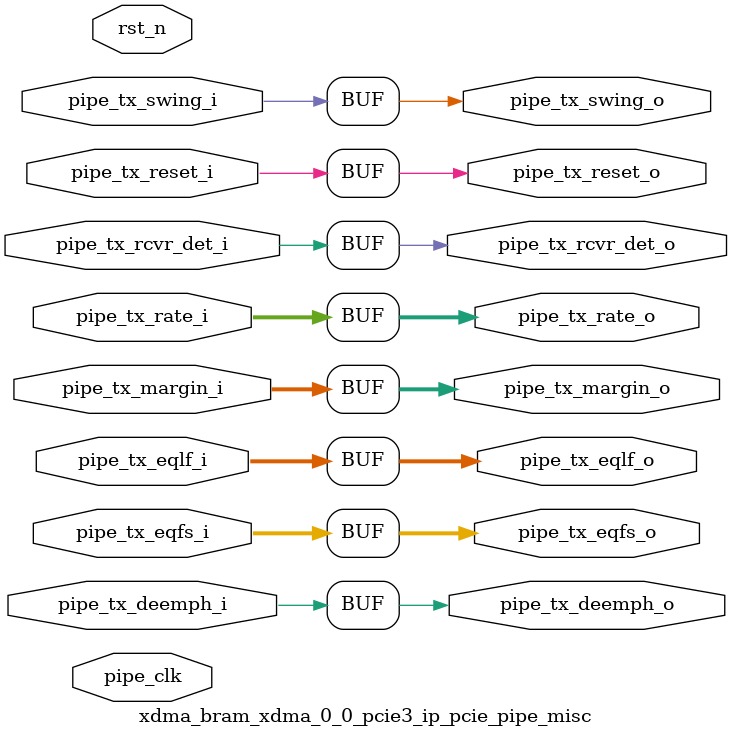
<source format=v>

`timescale 1ps/1ps

module xdma_bram_xdma_0_0_pcie3_ip_pcie_pipe_misc #
(
  parameter        TCQ = 100,
  parameter        PIPE_PIPELINE_STAGES = 0    // 0 - 0 stages, 1 - 1 stage, 2 - 2 stages
) (

  input   wire        pipe_tx_rcvr_det_i      ,     // PIPE Tx Receiver Detect
  input   wire        pipe_tx_reset_i         ,     // PIPE Tx Reset
  input   wire [1:0]  pipe_tx_rate_i          ,     // PIPE Tx Rate
  input   wire        pipe_tx_deemph_i        ,     // PIPE Tx Deemphasis
  input   wire [2:0]  pipe_tx_margin_i        ,     // PIPE Tx Margin
  input   wire        pipe_tx_swing_i         ,     // PIPE Tx Swing
  input   wire [5:0]  pipe_tx_eqfs_i          ,     // PIPE Tx
  input   wire [5:0]  pipe_tx_eqlf_i          ,     // PIPE Tx
  output  wire        pipe_tx_rcvr_det_o      ,     // Pipelined PIPE Tx Receiver Detect
  output  wire        pipe_tx_reset_o         ,     // Pipelined PIPE Tx Reset
  output  wire [1:0]  pipe_tx_rate_o          ,     // Pipelined PIPE Tx Rate
  output  wire        pipe_tx_deemph_o        ,     // Pipelined PIPE Tx Deemphasis
  output  wire [2:0]  pipe_tx_margin_o        ,     // Pipelined PIPE Tx Margin
  output  wire        pipe_tx_swing_o         ,     // Pipelined PIPE Tx Swing
  output wire [5:0]  pipe_tx_eqfs_o           ,     // PIPE Tx
  output wire [5:0]  pipe_tx_eqlf_o           ,     // PIPE Tx

  input   wire        pipe_clk                ,     // PIPE Clock
  input   wire        rst_n                         // Reset
);

  //******************************************************************//
  // Reality check.                                                   //
  //******************************************************************//

  reg                pipe_tx_rcvr_det_q       ;
  reg                pipe_tx_reset_q          ;
  reg [1:0]          pipe_tx_rate_q           ;
  reg                pipe_tx_deemph_q         ;
  reg [2:0]          pipe_tx_margin_q         ;
  reg                pipe_tx_swing_q          ;
  reg                pipe_tx_eqfs_q          ;
  reg                pipe_tx_eqlf_q          ;

  reg                pipe_tx_rcvr_det_qq      ;
  reg                pipe_tx_reset_qq         ;
  reg [1:0]          pipe_tx_rate_qq          ;
  reg                pipe_tx_deemph_qq        ;
  reg [2:0]          pipe_tx_margin_qq        ;
  reg                pipe_tx_swing_qq         ;
  reg                pipe_tx_eqfs_qq          ;
  reg                pipe_tx_eqlf_qq          ;


  generate

  if (PIPE_PIPELINE_STAGES == 0) begin : pipe_stages_0

      assign pipe_tx_rcvr_det_o = pipe_tx_rcvr_det_i;
      assign pipe_tx_reset_o    = pipe_tx_reset_i;
      assign pipe_tx_rate_o     = pipe_tx_rate_i;
      assign pipe_tx_deemph_o   = pipe_tx_deemph_i;
      assign pipe_tx_margin_o   = pipe_tx_margin_i;
      assign pipe_tx_swing_o    = pipe_tx_swing_i;
      assign pipe_tx_eqfs_o     = pipe_tx_eqfs_i;
      assign pipe_tx_eqlf_o     = pipe_tx_eqlf_i;

  end // if (PIPE_PIPELINE_STAGES == 0)
  else if (PIPE_PIPELINE_STAGES == 1) begin : pipe_stages_1

    always @(posedge pipe_clk) begin

      if (!rst_n)
      begin

        pipe_tx_rcvr_det_q <= #TCQ 1'b0;
        pipe_tx_reset_q    <= #TCQ 1'b1;
        pipe_tx_rate_q     <= #TCQ 2'b0;
        pipe_tx_deemph_q   <= #TCQ 1'b1;
        pipe_tx_margin_q   <= #TCQ 3'b0;
        pipe_tx_swing_q    <= #TCQ 1'b0;
        pipe_tx_eqfs_q     <= #TCQ 5'b0;
        pipe_tx_eqlf_q     <= #TCQ 5'b0;

      end
      else
      begin

        pipe_tx_rcvr_det_q <= #TCQ pipe_tx_rcvr_det_i;
        pipe_tx_reset_q    <= #TCQ pipe_tx_reset_i;
        pipe_tx_rate_q     <= #TCQ pipe_tx_rate_i;
        pipe_tx_deemph_q   <= #TCQ pipe_tx_deemph_i;
        pipe_tx_margin_q   <= #TCQ pipe_tx_margin_i;
        pipe_tx_swing_q    <= #TCQ pipe_tx_swing_i;
        pipe_tx_eqfs_q     <= #TCQ pipe_tx_eqfs_i;
        pipe_tx_eqlf_q     <= #TCQ pipe_tx_eqlf_i;

      end

    end

    assign pipe_tx_rcvr_det_o = pipe_tx_rcvr_det_q;
    assign pipe_tx_reset_o    = pipe_tx_reset_q;
    assign pipe_tx_rate_o     = pipe_tx_rate_q;
    assign pipe_tx_deemph_o   = pipe_tx_deemph_q;
    assign pipe_tx_margin_o   = pipe_tx_margin_q;
    assign pipe_tx_swing_o    = pipe_tx_swing_q;
    assign pipe_tx_eqfs_o     = pipe_tx_eqfs_q;
    assign pipe_tx_eqlf_o     = pipe_tx_eqlf_q;

  end // if (PIPE_PIPELINE_STAGES == 1)
  else if (PIPE_PIPELINE_STAGES == 2) begin : pipe_stages_2

    always @(posedge pipe_clk) begin

      if (!rst_n)
      begin

        pipe_tx_rcvr_det_q  <= #TCQ 1'b0;
        pipe_tx_reset_q     <= #TCQ 1'b1;
        pipe_tx_rate_q      <= #TCQ 2'b0;
        pipe_tx_deemph_q    <= #TCQ 1'b1;
        pipe_tx_margin_q    <= #TCQ 1'b0;
        pipe_tx_swing_q     <= #TCQ 1'b0;
        pipe_tx_eqfs_q      <= #TCQ 5'b0;
        pipe_tx_eqlf_q      <= #TCQ 5'b0;

        pipe_tx_rcvr_det_qq <= #TCQ 1'b0;
        pipe_tx_reset_qq    <= #TCQ 1'b1;
        pipe_tx_rate_qq     <= #TCQ 2'b0;
        pipe_tx_deemph_qq   <= #TCQ 1'b1;
        pipe_tx_margin_qq   <= #TCQ 1'b0;
        pipe_tx_swing_qq    <= #TCQ 1'b0;
        pipe_tx_eqfs_qq     <= #TCQ 5'b0;
        pipe_tx_eqlf_qq     <= #TCQ 5'b0;

      end
      else
      begin

        pipe_tx_rcvr_det_q  <= #TCQ pipe_tx_rcvr_det_i;
        pipe_tx_reset_q     <= #TCQ pipe_tx_reset_i;
        pipe_tx_rate_q      <= #TCQ pipe_tx_rate_i;
        pipe_tx_deemph_q    <= #TCQ pipe_tx_deemph_i;
        pipe_tx_margin_q    <= #TCQ pipe_tx_margin_i;
        pipe_tx_swing_q     <= #TCQ pipe_tx_swing_i;
        pipe_tx_eqfs_q      <= #TCQ pipe_tx_eqfs_i;
        pipe_tx_eqlf_q      <= #TCQ pipe_tx_eqlf_i;

        pipe_tx_rcvr_det_qq <= #TCQ pipe_tx_rcvr_det_q;
        pipe_tx_reset_qq    <= #TCQ pipe_tx_reset_q;
        pipe_tx_rate_qq     <= #TCQ pipe_tx_rate_q;
        pipe_tx_deemph_qq   <= #TCQ pipe_tx_deemph_q;
        pipe_tx_margin_qq   <= #TCQ pipe_tx_margin_q;
        pipe_tx_swing_qq    <= #TCQ pipe_tx_swing_q;
        pipe_tx_eqfs_qq     <= #TCQ pipe_tx_eqfs_q;
        pipe_tx_eqlf_qq     <= #TCQ pipe_tx_eqlf_q;

      end

    end

    assign pipe_tx_rcvr_det_o = pipe_tx_rcvr_det_qq;
    assign pipe_tx_reset_o    = pipe_tx_reset_qq;
    assign pipe_tx_rate_o     = pipe_tx_rate_qq;
    assign pipe_tx_deemph_o   = pipe_tx_deemph_qq;
    assign pipe_tx_margin_o   = pipe_tx_margin_qq;
    assign pipe_tx_swing_o    = pipe_tx_swing_qq;
    assign pipe_tx_eqfs_o     = pipe_tx_eqfs_qq;
    assign pipe_tx_eqlf_o     = pipe_tx_eqlf_qq;

  end // if (PIPE_PIPELINE_STAGES == 2)

  // Default to zero pipeline stages if PIPE_PIPELINE_STAGES != 0,1,2
  else begin
    assign pipe_tx_rcvr_det_o = pipe_tx_rcvr_det_i;
    assign pipe_tx_reset_o    = pipe_tx_reset_i;
    assign pipe_tx_rate_o     = pipe_tx_rate_i;
    assign pipe_tx_deemph_o   = pipe_tx_deemph_i;
    assign pipe_tx_margin_o   = pipe_tx_margin_i;
    assign pipe_tx_swing_o    = pipe_tx_swing_i;
    assign pipe_tx_eqfs_o     = pipe_tx_eqfs_i;
    assign pipe_tx_eqlf_o     = pipe_tx_eqlf_i;
  end
  endgenerate

endmodule


</source>
